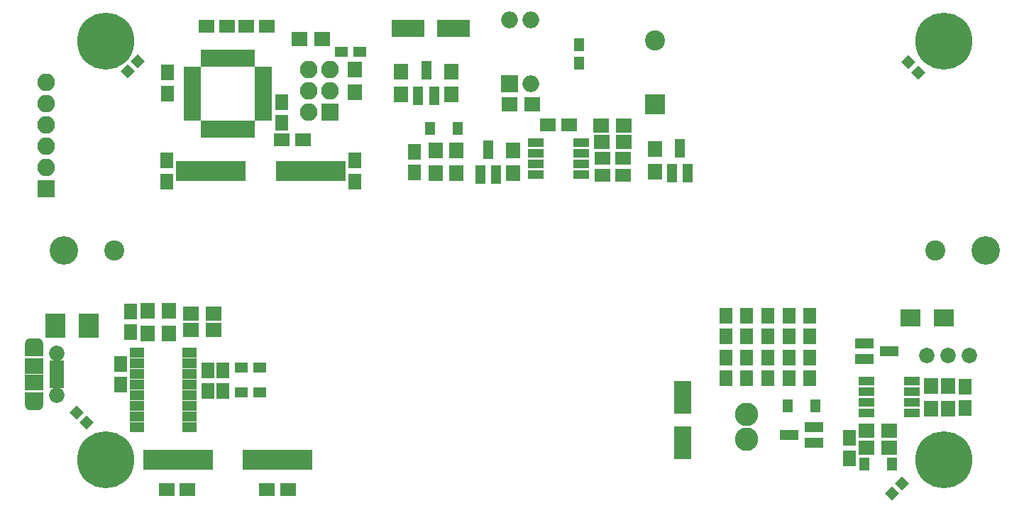
<source format=gts>
G04 #@! TF.GenerationSoftware,KiCad,Pcbnew,(2017-07-16 revision e797af331)-makepkg*
G04 #@! TF.CreationDate,2018-05-04T01:25:42+02:00*
G04 #@! TF.ProjectId,BRNG,42524E472E6B696361645F7063620000,First release*
G04 #@! TF.SameCoordinates,Original
G04 #@! TF.FileFunction,Soldermask,Top*
G04 #@! TF.FilePolarity,Negative*
%FSLAX46Y46*%
G04 Gerber Fmt 4.6, Leading zero omitted, Abs format (unit mm)*
G04 Created by KiCad (PCBNEW (2017-07-16 revision e797af331)-makepkg) date 05/04/18 01:25:42*
%MOMM*%
%LPD*%
G01*
G04 APERTURE LIST*
%ADD10C,2.400000*%
%ADD11R,2.400000X2.400000*%
%ADD12O,2.100000X2.100000*%
%ADD13R,2.100000X2.100000*%
%ADD14R,1.650000X1.900000*%
%ADD15R,1.600000X1.300000*%
%ADD16R,1.900000X1.700000*%
%ADD17C,6.800000*%
%ADD18C,1.200000*%
%ADD19R,1.900000X1.650000*%
%ADD20R,1.300000X1.600000*%
%ADD21R,2.400000X2.900000*%
%ADD22C,3.400000*%
%ADD23R,2.300000X1.600000*%
%ADD24O,2.300000X1.600000*%
%ADD25R,2.300000X1.900000*%
%ADD26C,1.850000*%
%ADD27R,1.750000X0.800000*%
%ADD28C,2.800000*%
%ADD29R,1.200000X2.300000*%
%ADD30R,2.300000X1.200000*%
%ADD31R,2.400000X2.100000*%
%ADD32R,1.700000X1.900000*%
%ADD33C,1.840000*%
%ADD34O,2.000000X2.000000*%
%ADD35R,2.000000X2.000000*%
%ADD36R,1.950000X1.000000*%
%ADD37R,2.000000X0.950000*%
%ADD38R,0.950000X2.000000*%
%ADD39R,1.700000X1.200000*%
%ADD40R,8.275000X2.400000*%
%ADD41R,2.000000X3.900000*%
%ADD42R,3.900000X2.000000*%
%ADD43C,0.100000*%
G04 APERTURE END LIST*
D10*
X163500000Y-61400000D03*
D11*
X163500000Y-69000000D03*
D12*
X90900000Y-66390000D03*
X90900000Y-68930000D03*
X90900000Y-71470000D03*
X90900000Y-74010000D03*
X90900000Y-76550000D03*
D13*
X90900000Y-79090000D03*
D14*
X186750000Y-108800000D03*
X186750000Y-111300000D03*
D15*
X114200000Y-100450000D03*
X116400000Y-100450000D03*
X114200000Y-103450000D03*
X116400000Y-103450000D03*
D16*
X110850000Y-96000000D03*
X108150000Y-96000000D03*
X110850000Y-94000000D03*
X108150000Y-94000000D03*
D17*
X198000000Y-111500000D03*
D18*
X200400000Y-111500000D03*
X199697056Y-113197056D03*
X198000000Y-113900000D03*
X196302944Y-113197056D03*
X195600000Y-111500000D03*
X196302944Y-109802944D03*
X198000000Y-109100000D03*
X199697056Y-109802944D03*
D17*
X198000000Y-61500000D03*
D18*
X200400000Y-61500000D03*
X199697056Y-63197056D03*
X198000000Y-63900000D03*
X196302944Y-63197056D03*
X195600000Y-61500000D03*
X196302944Y-59802944D03*
X198000000Y-59100000D03*
X199697056Y-59802944D03*
D17*
X98000000Y-61500000D03*
D18*
X100400000Y-61500000D03*
X99697056Y-63197056D03*
X98000000Y-63900000D03*
X96302944Y-63197056D03*
X95600000Y-61500000D03*
X96302944Y-59802944D03*
X98000000Y-59100000D03*
X99697056Y-59802944D03*
D17*
X98000000Y-111500000D03*
D18*
X100400000Y-111500000D03*
X99697056Y-113197056D03*
X98000000Y-113900000D03*
X96302944Y-113197056D03*
X95600000Y-111500000D03*
X96302944Y-109802944D03*
X98000000Y-109100000D03*
X99697056Y-109802944D03*
D19*
X153250000Y-71500000D03*
X150750000Y-71500000D03*
X159750000Y-77500000D03*
X157250000Y-77500000D03*
D14*
X134868122Y-77176906D03*
X134868122Y-74676906D03*
D19*
X157250000Y-75500000D03*
X159750000Y-75500000D03*
X119000000Y-73250000D03*
X121500000Y-73250000D03*
D14*
X119000000Y-68750000D03*
X119000000Y-71250000D03*
D19*
X114750000Y-59750000D03*
X117250000Y-59750000D03*
D14*
X105250000Y-78250000D03*
X105250000Y-75750000D03*
D19*
X112500000Y-59750000D03*
X110000000Y-59750000D03*
D14*
X127750000Y-78250000D03*
X127750000Y-75750000D03*
X200500000Y-105250000D03*
X200500000Y-102750000D03*
X112000000Y-103250000D03*
X112000000Y-100750000D03*
X110200000Y-100750000D03*
X110200000Y-103250000D03*
X99750000Y-100000000D03*
X99750000Y-102500000D03*
D19*
X119750000Y-115000000D03*
X117250000Y-115000000D03*
D14*
X101000000Y-93750000D03*
X101000000Y-96250000D03*
D19*
X105250000Y-115000000D03*
X107750000Y-115000000D03*
D14*
X182000000Y-99250000D03*
X182000000Y-101750000D03*
X179500000Y-101750000D03*
X179500000Y-99250000D03*
X177000000Y-99250000D03*
X177000000Y-101750000D03*
X174500000Y-99250000D03*
X174500000Y-101750000D03*
X172000000Y-99250000D03*
X172000000Y-101750000D03*
X182000000Y-96750000D03*
X182000000Y-94250000D03*
X179500000Y-94250000D03*
X179500000Y-96750000D03*
X177000000Y-96750000D03*
X177000000Y-94250000D03*
X174500000Y-94250000D03*
X174500000Y-96750000D03*
X172000000Y-96750000D03*
X172000000Y-94250000D03*
D20*
X140018122Y-71926906D03*
X136718122Y-71926906D03*
X154500000Y-64100000D03*
X154500000Y-61900000D03*
X188500000Y-112000000D03*
X191800000Y-112000000D03*
X182650000Y-105000000D03*
X179350000Y-105000000D03*
D21*
X96000000Y-95500000D03*
X92000000Y-95500000D03*
D10*
X197000000Y-86500000D03*
D22*
X203000000Y-86500000D03*
D10*
X99000000Y-86500000D03*
D22*
X93000000Y-86500000D03*
D12*
X122260000Y-64860000D03*
X124800000Y-64860000D03*
X122260000Y-67400000D03*
X124800000Y-67400000D03*
X122260000Y-69940000D03*
D13*
X124800000Y-69940000D03*
D23*
X89450000Y-98350000D03*
X89450000Y-104150000D03*
D24*
X89450000Y-104750000D03*
X89450000Y-97750000D03*
D25*
X89450000Y-100250000D03*
D26*
X92150000Y-103750000D03*
D27*
X92150000Y-101250000D03*
X92150000Y-101900000D03*
X92150000Y-102550000D03*
X92150000Y-99950000D03*
X92150000Y-100600000D03*
D26*
X92150000Y-98750000D03*
D25*
X89450000Y-102250000D03*
D28*
X174500000Y-106000000D03*
X174500000Y-109000000D03*
D29*
X142668122Y-77426906D03*
X144568122Y-77426906D03*
X143618122Y-74426906D03*
X166500000Y-74250000D03*
X167450000Y-77250000D03*
X165550000Y-77250000D03*
D30*
X179500000Y-108500000D03*
X182500000Y-107550000D03*
X182500000Y-109450000D03*
X188500000Y-97550000D03*
X188500000Y-99450000D03*
X191500000Y-98500000D03*
D31*
X194000000Y-94500000D03*
X198000000Y-94500000D03*
D16*
X148850000Y-69000000D03*
X146150000Y-69000000D03*
D32*
X146618122Y-74576906D03*
X146618122Y-77276906D03*
X139868122Y-77276906D03*
X139868122Y-74576906D03*
X137368122Y-77276906D03*
X137368122Y-74576906D03*
X163500000Y-77100000D03*
X163500000Y-74400000D03*
D16*
X159850000Y-73500000D03*
X157150000Y-73500000D03*
D32*
X127750000Y-67600000D03*
X127750000Y-64900000D03*
D16*
X188800000Y-110000000D03*
X191500000Y-110000000D03*
X188800000Y-108000000D03*
X191500000Y-108000000D03*
D32*
X198500000Y-102650000D03*
X198500000Y-105350000D03*
X196500000Y-102650000D03*
X196500000Y-105350000D03*
X103000000Y-96350000D03*
X103000000Y-93650000D03*
X105500000Y-93650000D03*
X105500000Y-96350000D03*
D33*
X195960000Y-99000000D03*
X198500000Y-99000000D03*
X201040000Y-99000000D03*
D34*
X146210000Y-59000000D03*
X148750000Y-66620000D03*
X148750000Y-59000000D03*
D35*
X146210000Y-66620000D03*
D36*
X154700000Y-73595000D03*
X154700000Y-74865000D03*
X154700000Y-76135000D03*
X154700000Y-77405000D03*
X149300000Y-77405000D03*
X149300000Y-76135000D03*
X149300000Y-74865000D03*
X149300000Y-73595000D03*
D37*
X108300000Y-70550000D03*
X108300000Y-69750000D03*
X108300000Y-68950000D03*
X108300000Y-68150000D03*
X108300000Y-67350000D03*
X108300000Y-66550000D03*
X108300000Y-65750000D03*
X108300000Y-64950000D03*
D38*
X109750000Y-63500000D03*
X110550000Y-63500000D03*
X111350000Y-63500000D03*
X112150000Y-63500000D03*
X112950000Y-63500000D03*
X113750000Y-63500000D03*
X114550000Y-63500000D03*
X115350000Y-63500000D03*
D37*
X116800000Y-64950000D03*
X116800000Y-65750000D03*
X116800000Y-66550000D03*
X116800000Y-67350000D03*
X116800000Y-68150000D03*
X116800000Y-68950000D03*
X116800000Y-69750000D03*
X116800000Y-70550000D03*
D38*
X115350000Y-72000000D03*
X114550000Y-72000000D03*
X113750000Y-72000000D03*
X112950000Y-72000000D03*
X112150000Y-72000000D03*
X111350000Y-72000000D03*
X110550000Y-72000000D03*
X109750000Y-72000000D03*
D36*
X194200000Y-105905000D03*
X194200000Y-104635000D03*
X194200000Y-103365000D03*
X194200000Y-102095000D03*
X188800000Y-102095000D03*
X188800000Y-103365000D03*
X188800000Y-104635000D03*
X188800000Y-105905000D03*
D39*
X108000000Y-98640000D03*
X108000000Y-99920000D03*
X108000000Y-101180000D03*
X108000000Y-102450000D03*
X108000000Y-103730000D03*
X108000000Y-105000000D03*
X108000000Y-106260000D03*
X108000000Y-107540000D03*
X101700000Y-107540000D03*
X101700000Y-106260000D03*
X101700000Y-105000000D03*
X101700000Y-103730000D03*
X101700000Y-102450000D03*
X101700000Y-101180000D03*
X101700000Y-99920000D03*
X101700000Y-98640000D03*
D40*
X106625000Y-111500000D03*
X118500000Y-111500000D03*
D41*
X166800000Y-104000000D03*
X166800000Y-109400000D03*
D42*
X134050000Y-60000000D03*
X139450000Y-60000000D03*
D40*
X122437500Y-77000000D03*
X110562500Y-77000000D03*
D18*
X193000000Y-114250000D03*
D43*
G36*
X193000000Y-115098528D02*
X192151472Y-114250000D01*
X193000000Y-113401472D01*
X193848528Y-114250000D01*
X193000000Y-115098528D01*
X193000000Y-115098528D01*
G37*
D18*
X191797918Y-115452082D03*
D43*
G36*
X191797918Y-116300610D02*
X190949390Y-115452082D01*
X191797918Y-114603554D01*
X192646446Y-115452082D01*
X191797918Y-116300610D01*
X191797918Y-116300610D01*
G37*
D18*
X101802082Y-63897918D03*
D43*
G36*
X101802082Y-63049390D02*
X102650610Y-63897918D01*
X101802082Y-64746446D01*
X100953554Y-63897918D01*
X101802082Y-63049390D01*
X101802082Y-63049390D01*
G37*
D18*
X100600000Y-65100000D03*
D43*
G36*
X100600000Y-64251472D02*
X101448528Y-65100000D01*
X100600000Y-65948528D01*
X99751472Y-65100000D01*
X100600000Y-64251472D01*
X100600000Y-64251472D01*
G37*
D18*
X95702082Y-106952082D03*
D43*
G36*
X94853554Y-106952082D02*
X95702082Y-106103554D01*
X96550610Y-106952082D01*
X95702082Y-107800610D01*
X94853554Y-106952082D01*
X94853554Y-106952082D01*
G37*
D18*
X94500000Y-105750000D03*
D43*
G36*
X93651472Y-105750000D02*
X94500000Y-104901472D01*
X95348528Y-105750000D01*
X94500000Y-106598528D01*
X93651472Y-105750000D01*
X93651472Y-105750000D01*
G37*
D18*
X194952082Y-65202082D03*
D43*
G36*
X195800610Y-65202082D02*
X194952082Y-66050610D01*
X194103554Y-65202082D01*
X194952082Y-64353554D01*
X195800610Y-65202082D01*
X195800610Y-65202082D01*
G37*
D18*
X193750000Y-64000000D03*
D43*
G36*
X194598528Y-64000000D02*
X193750000Y-64848528D01*
X192901472Y-64000000D01*
X193750000Y-63151472D01*
X194598528Y-64000000D01*
X194598528Y-64000000D01*
G37*
D15*
X128350000Y-62750000D03*
X126150000Y-62750000D03*
D29*
X136250000Y-65000000D03*
X137200000Y-68000000D03*
X135300000Y-68000000D03*
D32*
X139250000Y-67850000D03*
X139250000Y-65150000D03*
X133250000Y-67850000D03*
X133250000Y-65150000D03*
D16*
X123850000Y-61250000D03*
X121150000Y-61250000D03*
X157100000Y-71600000D03*
X159800000Y-71600000D03*
D14*
X105400000Y-67750000D03*
X105400000Y-65250000D03*
M02*

</source>
